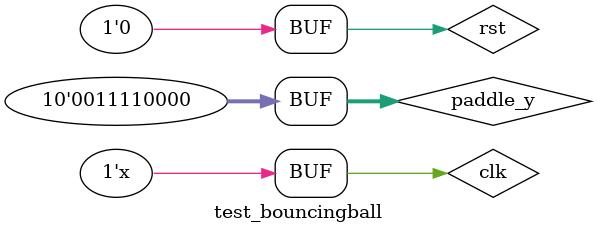
<source format=sv>
`include "./bouncing_ball.sv"
module Testbench_top(
	input wire x,
	output y
);
assign y=~x;
test_bouncingball test ();
endmodule

`timescale 10ms/1ms

module test_bouncingball();
	reg clk;
   reg rst;
   wire [9:0] ballx;
   wire [9:0] bally;
	reg[9:0] paddle_y;
	
	initial begin
		clk = 0;
		paddle_y = 10'd240;
		#5 rst = 1;
		#15 rst = 0;
	end

	always #5 clk = ~clk;

	bouncingball uut (
        .clk(clk),
        .rst(rst),
        .ballx(ballx),
        .bally(bally)
    );
endmodule

//, paddle_y, ball_x_location_logic, ball_y_location_logic
</source>
